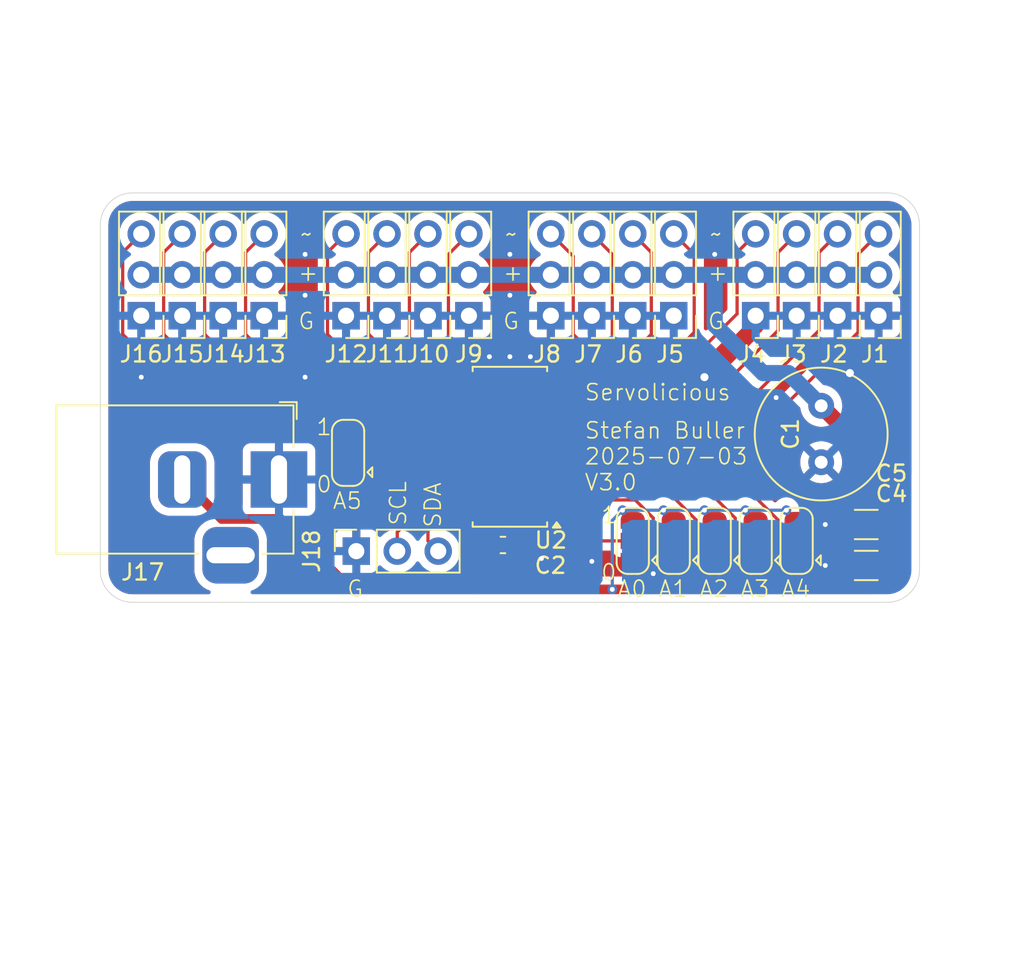
<source format=kicad_pcb>
(kicad_pcb (version 20241229) (generator "pcbnew") (generator_version "9.0")
  (layers (0 "F.Cu" signal) (2 "B.Cu" signal) (13 "F.Paste" user) (15 "B.Paste" user) (5 "F.SilkS" user "F.Silkscreen") (7 "B.SilkS" user "B.Silkscreen") (1 "F.Mask" user) (3 "B.Mask" user) (25 "Edge.Cuts" user))
  (net 0 "")
  (net 1 "+5V")
  (net 2 "/Servo1")
  (net 3 "Earth")
  (net 4 "/Servo2")
  (net 5 "/Servo3")
  (net 6 "/Servo4")
  (net 7 "/Servo5")
  (net 8 "/Servo6")
  (net 9 "/Servo7")
  (net 10 "/Servo8")
  (net 11 "/Servo9")
  (net 12 "/Servo10")
  (net 13 "/Servo11")
  (net 14 "/Servo12")
  (net 15 "/Servo13")
  (net 16 "/Servo14")
  (net 17 "/Servo15")
  (net 18 "/Servo16")
  (net 19 "/SDA")
  (net 20 "/SCL")
  (net 21 "/A0")
  (net 22 "/A1")
  (net 23 "/A2")
  (net 24 "/A3")
  (net 25 "/A4")
  (net 26 "/A5")
  (footprint "Connector_PinHeader_2.54mm:PinHeader_1x03_P2.54mm_Vertical" (layer "F.Cu") (at 93.98 99.06 180)
    (property "Reference" "J7" (at 0.23 -2.3876 0) (layer "F.SilkS"))
    (property "Value" "Conn_01x03_Pin")
    (pad "1" thru_hole rect (at 0 0 180) (size 1.7 1.7) (drill 1) (layers "*.Cu" "*.Mask") (net 3 "Earth"))
    (pad "2" thru_hole circle (at 0 2.54 180) (size 1.7 1.7) (drill 1) (layers "*.Cu" "*.Mask") (net 1 "+5V"))
    (pad "3" thru_hole circle (at 0 5.08 180) (size 1.7 1.7) (drill 1) (layers "*.Cu" "*.Mask") (net 9 "/Servo7"))
  )
  (footprint "Connector_PinHeader_2.54mm:PinHeader_1x03_P2.54mm_Vertical" (layer "F.Cu") (at 66.04 99.06 180)
    (property "Reference" "J16" (at 0 -2.38 0) (layer "F.SilkS"))
    (property "Value" "Conn_01x03_Pin")
    (pad "1" thru_hole rect (at 0 0 180) (size 1.7 1.7) (drill 1) (layers "*.Cu" "*.Mask") (net 3 "Earth"))
    (pad "2" thru_hole circle (at 0 2.54 180) (size 1.7 1.7) (drill 1) (layers "*.Cu" "*.Mask") (net 1 "+5V"))
    (pad "3" thru_hole circle (at 0 5.08 180) (size 1.7 1.7) (drill 1) (layers "*.Cu" "*.Mask") (net 18 "/Servo16"))
  )
  (footprint "Connector_PinHeader_2.54mm:PinHeader_1x03_P2.54mm_Vertical" (layer "F.Cu") (at 83.82 99.06 180)
    (property "Reference" "J10" (at 0 -2.38 0) (layer "F.SilkS"))
    (property "Value" "Conn_01x03_Pin")
    (pad "1" thru_hole rect (at 0 0 180) (size 1.7 1.7) (drill 1) (layers "*.Cu" "*.Mask") (net 3 "Earth"))
    (pad "2" thru_hole circle (at 0 2.54 180) (size 1.7 1.7) (drill 1) (layers "*.Cu" "*.Mask") (net 1 "+5V"))
    (pad "3" thru_hole circle (at 0 5.08 180) (size 1.7 1.7) (drill 1) (layers "*.Cu" "*.Mask") (net 12 "/Servo10"))
  )
  (footprint "Connector_BarrelJack:BarrelJack_Horizontal" (layer "F.Cu") (at 74.58 109.22)
    (property "Reference" "J17" (at -8.45 5.75 0) (layer "F.SilkS"))
    (property "Value" "Barrel_Jack_MountingPin")
    (pad "1" thru_hole rect (at 0 0) (size 3.5 3.5) (drill oval 1 3) (layers "*.Cu" "*.Mask") (net 3 "Earth"))
    (pad "2" thru_hole roundrect (at -6 0) (size 3 3.5) (drill oval 1 3) (layers "*.Cu" "*.Mask") (net 1 "+5V"))
    (pad "3" thru_hole roundrect (at -3 4.7) (size 3.5 3.5) (drill oval 3 1) (layers "*.Cu" "*.Mask"))
  )
  (footprint "Connector_PinHeader_2.54mm:PinHeader_1x03_P2.54mm_Vertical" (layer "F.Cu") (at 91.44 99.06 180)
    (property "Reference" "J8" (at 0.23 -2.3876 0) (layer "F.SilkS"))
    (property "Value" "Conn_01x03_Pin")
    (pad "1" thru_hole rect (at 0 0 180) (size 1.7 1.7) (drill 1) (layers "*.Cu" "*.Mask") (net 3 "Earth"))
    (pad "2" thru_hole circle (at 0 2.54 180) (size 1.7 1.7) (drill 1) (layers "*.Cu" "*.Mask") (net 1 "+5V"))
    (pad "3" thru_hole circle (at 0 5.08 180) (size 1.7 1.7) (drill 1) (layers "*.Cu" "*.Mask") (net 10 "/Servo8"))
  )
  (footprint "Connector_PinHeader_2.54mm:PinHeader_1x03_P2.54mm_Vertical" (layer "F.Cu") (at 111.76 99.06 180)
    (property "Reference" "J1" (at 0.23 -2.3876 0) (layer "F.SilkS"))
    (property "Value" "Conn_01x03_Pin")
    (pad "1" thru_hole rect (at 0 0 180) (size 1.7 1.7) (drill 1) (layers "*.Cu" "*.Mask") (net 3 "Earth"))
    (pad "2" thru_hole circle (at 0 2.54 180) (size 1.7 1.7) (drill 1) (layers "*.Cu" "*.Mask") (net 1 "+5V"))
    (pad "3" thru_hole circle (at 0 5.08 180) (size 1.7 1.7) (drill 1) (layers "*.Cu" "*.Mask") (net 2 "/Servo1"))
  )
  (footprint "Connector_PinSocket_2.54mm:PinSocket_1x03_P2.54mm_Vertical" (layer "F.Cu") (at 79.375 113.665 90)
    (property "Reference" "J18" (at 0 -2.77 90) (layer "F.SilkS"))
    (property "Value" "Conn_01x03")
    (pad "1" thru_hole rect (at 0 0 90) (size 1.7 1.7) (drill 1) (layers "*.Cu" "*.Mask") (net 3 "Earth"))
    (pad "2" thru_hole circle (at 0 2.54 90) (size 1.7 1.7) (drill 1) (layers "*.Cu" "*.Mask") (net 20 "/SCL"))
    (pad "3" thru_hole circle (at 0 5.08 90) (size 1.7 1.7) (drill 1) (layers "*.Cu" "*.Mask") (net 19 "/SDA"))
  )
  (footprint "Jumper:SolderJumper-3_P1.3mm_Bridged12_RoundedPad1.0x1.5mm" (layer "F.Cu") (at 106.68 113.03 90)
    (property "Reference" "JP5" (hide yes))
    (property "Value" "Jumper:SolderJumper-3_P1.3mm_Bridged12_RoundedPad1.0x1.5mm")
    (fp_poly (pts (xy -0.9 -0.3) (xy -0.4 -0.3) (xy -0.4 0.3) (xy -0.9 0.3)) (fill yes) (layer "F.Cu"))
    (pad "1" smd custom (at -1.3 0 90) (size 1 0.5) (layers "F.Cu" "F.Mask") (net 3 "Earth") (options (clearance outline) (anchor rect)) (primitives (gr_circle (center 0 0.25) (end 0.5 0.25) (width 0) (fill yes)) (gr_circle (center 0 -0.25) (end 0.5 -0.25) (width 0) (fill yes)) (gr_poly (pts (xy 0.55 0.75) (xy 0 0.75) (xy 0 -0.75) (xy 0.55 -0.75)) (width 0) (fill yes))))
    (pad "2" smd rect (at 0 0 90) (size 1 1.5) (layers "F.Cu" "F.Mask") (net 25 "/A4"))
    (pad "3" smd custom (at 1.3 0 90) (size 1 0.5) (layers "F.Cu" "F.Mask") (net 1 "+5V") (options (clearance outline) (anchor rect)) (primitives (gr_circle (center 0 0.25) (end 0.5 0.25) (width 0) (fill yes)) (gr_circle (center 0 -0.25) (end 0.5 -0.25) (width 0) (fill yes)) (gr_poly (pts (xy 0 0.75) (xy -0.55 0.75) (xy -0.55 -0.75) (xy 0 -0.75)) (width 0) (fill yes))))
  )
  (footprint "Jumper:SolderJumper-3_P1.3mm_Bridged12_RoundedPad1.0x1.5mm" (layer "F.Cu") (at 78.867 107.569 90)
    (property "Reference" "JP6" (hide yes))
    (property "Value" "Jumper:SolderJumper-3_P1.3mm_Bridged12_RoundedPad1.0x1.5mm")
    (fp_poly (pts (xy -0.9 -0.3) (xy -0.4 -0.3) (xy -0.4 0.3) (xy -0.9 0.3)) (fill yes) (layer "F.Cu"))
    (pad "1" smd custom (at -1.3 0 90) (size 1 0.5) (layers "F.Cu" "F.Mask") (net 3 "Earth") (options (clearance outline) (anchor rect)) (primitives (gr_circle (center 0 0.25) (end 0.5 0.25) (width 0) (fill yes)) (gr_circle (center 0 -0.25) (end 0.5 -0.25) (width 0) (fill yes)) (gr_poly (pts (xy 0.55 0.75) (xy 0 0.75) (xy 0 -0.75) (xy 0.55 -0.75)) (width 0) (fill yes))))
    (pad "2" smd rect (at 0 0 90) (size 1 1.5) (layers "F.Cu" "F.Mask") (net 26 "/A5"))
    (pad "3" smd custom (at 1.3 0 90) (size 1 0.5) (layers "F.Cu" "F.Mask") (net 1 "+5V") (options (clearance outline) (anchor rect)) (primitives (gr_circle (center 0 0.25) (end 0.5 0.25) (width 0) (fill yes)) (gr_circle (center 0 -0.25) (end 0.5 -0.25) (width 0) (fill yes)) (gr_poly (pts (xy 0 0.75) (xy -0.55 0.75) (xy -0.55 -0.75) (xy 0 -0.75)) (width 0) (fill yes))))
  )
  (footprint "Capacitor_SMD:C_1206_3216Metric_Pad1.33x1.80mm_HandSolder" (layer "F.Cu") (at 110.998 114.554 180)
    (property "Reference" "C4" (at -1.5625 4.445 0) (layer "F.SilkS"))
    (property "Value" "C_Small")
    (pad "1" smd roundrect (at -1.5625 0 180) (size 1.325 1.8) (layers "F.Cu" "F.Mask" "F.Paste") (roundrect_rratio 0.188679) (net 1 "+5V"))
    (pad "2" smd roundrect (at 1.5625 0 180) (size 1.325 1.8) (layers "F.Cu" "F.Mask" "F.Paste") (roundrect_rratio 0.188679) (net 3 "Earth"))
  )
  (footprint "Connector_PinHeader_2.54mm:PinHeader_1x03_P2.54mm_Vertical" (layer "F.Cu") (at 68.58 99.06 180)
    (property "Reference" "J15" (at 0 -2.38 0) (layer "F.SilkS"))
    (property "Value" "Conn_01x03_Pin")
    (pad "1" thru_hole rect (at 0 0 180) (size 1.7 1.7) (drill 1) (layers "*.Cu" "*.Mask") (net 3 "Earth"))
    (pad "2" thru_hole circle (at 0 2.54 180) (size 1.7 1.7) (drill 1) (layers "*.Cu" "*.Mask") (net 1 "+5V"))
    (pad "3" thru_hole circle (at 0 5.08 180) (size 1.7 1.7) (drill 1) (layers "*.Cu" "*.Mask") (net 17 "/Servo15"))
  )
  (footprint "Capacitor_SMD:C_0603_1608Metric_Pad1.08x0.95mm_HandSolder" (layer "F.Cu") (at 88.4682 113.284)
    (property "Reference" "C2" (at 2.9475 1.27 0) (layer "F.SilkS"))
    (property "Value" "C_Small")
    (pad "1" smd roundrect (at -0.8625 0) (size 1.075 0.95) (layers "F.Cu" "F.Mask" "F.Paste") (net 1 "+5V"))
    (pad "2" smd roundrect (at 0.8625 0) (size 1.075 0.95) (layers "F.Cu" "F.Mask" "F.Paste") (net 3 "Earth"))
  )
  (footprint "Connector_PinHeader_2.54mm:PinHeader_1x03_P2.54mm_Vertical" (layer "F.Cu") (at 73.66 99.06 180)
    (property "Reference" "J13" (at 0 -2.38 0) (layer "F.SilkS"))
    (property "Value" "Conn_01x03_Pin")
    (pad "1" thru_hole rect (at 0 0 180) (size 1.7 1.7) (drill 1) (layers "*.Cu" "*.Mask") (net 3 "Earth"))
    (pad "2" thru_hole circle (at 0 2.54 180) (size 1.7 1.7) (drill 1) (layers "*.Cu" "*.Mask") (net 1 "+5V"))
    (pad "3" thru_hole circle (at 0 5.08 180) (size 1.7 1.7) (drill 1) (layers "*.Cu" "*.Mask") (net 15 "/Servo13"))
  )
  (footprint "Connector_PinHeader_2.54mm:PinHeader_1x03_P2.54mm_Vertical" (layer "F.Cu") (at 96.52 99.06 180)
    (property "Reference" "J6" (at 0.23 -2.3876 0) (layer "F.SilkS"))
    (property "Value" "Conn_01x03_Pin")
    (pad "1" thru_hole rect (at 0 0 180) (size 1.7 1.7) (drill 1) (layers "*.Cu" "*.Mask") (net 3 "Earth"))
    (pad "2" thru_hole circle (at 0 2.54 180) (size 1.7 1.7) (drill 1) (layers "*.Cu" "*.Mask") (net 1 "+5V"))
    (pad "3" thru_hole circle (at 0 5.08 180) (size 1.7 1.7) (drill 1) (layers "*.Cu" "*.Mask") (net 8 "/Servo6"))
  )
  (footprint "Capacitor_SMD:C_1206_3216Metric_Pad1.33x1.80mm_HandSolder" (layer "F.Cu") (at 110.998 112.014 180)
    (property "Reference" "C5" (at -1.5625 3.175 0) (layer "F.SilkS"))
    (property "Value" "C_Small")
    (pad "1" smd roundrect (at -1.5625 0 180) (size 1.325 1.8) (layers "F.Cu" "F.Mask" "F.Paste") (roundrect_rratio 0.188679) (net 1 "+5V"))
    (pad "2" smd roundrect (at 1.5625 0 180) (size 1.325 1.8) (layers "F.Cu" "F.Mask" "F.Paste") (roundrect_rratio 0.188679) (net 3 "Earth"))
  )
  (footprint "Connector_PinHeader_2.54mm:PinHeader_1x03_P2.54mm_Vertical" (layer "F.Cu") (at 86.36 99.06 180)
    (property "Reference" "J9" (at 0 -2.38 0) (layer "F.SilkS"))
    (property "Value" "Conn_01x03_Pin")
    (pad "1" thru_hole rect (at 0 0 180) (size 1.7 1.7) (drill 1) (layers "*.Cu" "*.Mask") (net 3 "Earth"))
    (pad "2" thru_hole circle (at 0 2.54 180) (size 1.7 1.7) (drill 1) (layers "*.Cu" "*.Mask") (net 1 "+5V"))
    (pad "3" thru_hole circle (at 0 5.08 180) (size 1.7 1.7) (drill 1) (layers "*.Cu" "*.Mask") (net 11 "/Servo9"))
  )
  (footprint "Jumper:SolderJumper-3_P1.3mm_Bridged12_RoundedPad1.0x1.5mm" (layer "F.Cu") (at 104.14 113.03 90)
    (property "Reference" "JP4" (hide yes))
    (property "Value" "Jumper:SolderJumper-3_P1.3mm_Bridged12_RoundedPad1.0x1.5mm")
    (fp_poly (pts (xy -0.9 -0.3) (xy -0.4 -0.3) (xy -0.4 0.3) (xy -0.9 0.3)) (fill yes) (layer "F.Cu"))
    (pad "1" smd custom (at -1.3 0 90) (size 1 0.5) (layers "F.Cu" "F.Mask") (net 3 "Earth") (options (clearance outline) (anchor rect)) (primitives (gr_circle (center 0 0.25) (end 0.5 0.25) (width 0) (fill yes)) (gr_circle (center 0 -0.25) (end 0.5 -0.25) (width 0) (fill yes)) (gr_poly (pts (xy 0.55 0.75) (xy 0 0.75) (xy 0 -0.75) (xy 0.55 -0.75)) (width 0) (fill yes))))
    (pad "2" smd rect (at 0 0 90) (size 1 1.5) (layers "F.Cu" "F.Mask") (net 24 "/A3"))
    (pad "3" smd custom (at 1.3 0 90) (size 1 0.5) (layers "F.Cu" "F.Mask") (net 1 "+5V") (options (clearance outline) (anchor rect)) (primitives (gr_circle (center 0 0.25) (end 0.5 0.25) (width 0) (fill yes)) (gr_circle (center 0 -0.25) (end 0.5 -0.25) (width 0) (fill yes)) (gr_poly (pts (xy 0 0.75) (xy -0.55 0.75) (xy -0.55 -0.75) (xy 0 -0.75)) (width 0) (fill yes))))
  )
  (footprint "Jumper:SolderJumper-3_P1.3mm_Bridged12_RoundedPad1.0x1.5mm" (layer "F.Cu") (at 99.06 113.03 90)
    (property "Reference" "JP2" (hide yes))
    (property "Value" "Jumper:SolderJumper-3_P1.3mm_Bridged12_RoundedPad1.0x1.5mm")
    (fp_poly (pts (xy -0.9 -0.3) (xy -0.4 -0.3) (xy -0.4 0.3) (xy -0.9 0.3)) (fill yes) (layer "F.Cu"))
    (pad "1" smd custom (at -1.3 0 90) (size 1 0.5) (layers "F.Cu" "F.Mask") (net 3 "Earth") (options (clearance outline) (anchor rect)) (primitives (gr_circle (center 0 0.25) (end 0.5 0.25) (width 0) (fill yes)) (gr_circle (center 0 -0.25) (end 0.5 -0.25) (width 0) (fill yes)) (gr_poly (pts (xy 0.55 0.75) (xy 0 0.75) (xy 0 -0.75) (xy 0.55 -0.75)) (width 0) (fill yes))))
    (pad "2" smd rect (at 0 0 90) (size 1 1.5) (layers "F.Cu" "F.Mask") (net 22 "/A1"))
    (pad "3" smd custom (at 1.3 0 90) (size 1 0.5) (layers "F.Cu" "F.Mask") (net 1 "+5V") (options (clearance outline) (anchor rect)) (primitives (gr_circle (center 0 0.25) (end 0.5 0.25) (width 0) (fill yes)) (gr_circle (center 0 -0.25) (end 0.5 -0.25) (width 0) (fill yes)) (gr_poly (pts (xy 0 0.75) (xy -0.55 0.75) (xy -0.55 -0.75) (xy 0 -0.75)) (width 0) (fill yes))))
  )
  (footprint "Package_SO:TSSOP-28_4.4x9.7mm_P0.65mm" (layer "F.Cu") (at 88.9 107.188 180)
    (property "Reference" "U2" (at -2.54 -5.8 0) (layer "F.SilkS"))
    (property "Value" "PCA9685PW")
    (pad "1" smd roundrect (at -2.8625 -4.225 180) (size 1.475 0.4) (layers "F.Cu" "F.Mask" "F.Paste") (net 21 "/A0"))
    (pad "2" smd roundrect (at -2.8625 -3.575 180) (size 1.475 0.4) (layers "F.Cu" "F.Mask" "F.Paste") (net 22 "/A1"))
    (pad "3" smd roundrect (at -2.8625 -2.925 180) (size 1.475 0.4) (layers "F.Cu" "F.Mask" "F.Paste") (net 23 "/A2"))
    (pad "4" smd roundrect (at -2.8625 -2.275 180) (size 1.475 0.4) (layers "F.Cu" "F.Mask" "F.Paste") (net 24 "/A3"))
    (pad "5" smd roundrect (at -2.8625 -1.625 180) (size 1.475 0.4) (layers "F.Cu" "F.Mask" "F.Paste") (net 25 "/A4"))
    (pad "6" smd roundrect (at -2.8625 -0.975 180) (size 1.475 0.4) (layers "F.Cu" "F.Mask" "F.Paste") (net 2 "/Servo1"))
    (pad "7" smd roundrect (at -2.8625 -0.325 180) (size 1.475 0.4) (layers "F.Cu" "F.Mask" "F.Paste") (net 4 "/Servo2"))
    (pad "8" smd roundrect (at -2.8625 0.325 180) (size 1.475 0.4) (layers "F.Cu" "F.Mask" "F.Paste") (net 5 "/Servo3"))
    (pad "9" smd roundrect (at -2.8625 0.975 180) (size 1.475 0.4) (layers "F.Cu" "F.Mask" "F.Paste") (net 6 "/Servo4"))
    (pad "10" smd roundrect (at -2.8625 1.625 180) (size 1.475 0.4) (layers "F.Cu" "F.Mask" "F.Paste") (net 7 "/Servo5"))
    (pad "11" smd roundrect (at -2.8625 2.275 180) (size 1.475 0.4) (layers "F.Cu" "F.Mask" "F.Paste") (net 8 "/Servo6"))
    (pad "12" smd roundrect (at -2.8625 2.925 180) (size 1.475 0.4) (layers "F.Cu" "F.Mask" "F.Paste") (net 9 "/Servo7"))
    (pad "13" smd roundrect (at -2.8625 3.575 180) (size 1.475 0.4) (layers "F.Cu" "F.Mask" "F.Paste") (net 10 "/Servo8"))
    (pad "14" smd roundrect (at -2.8625 4.225 180) (size 1.475 0.4) (layers "F.Cu" "F.Mask" "F.Paste") (net 3 "Earth"))
    (pad "15" smd roundrect (at 2.8625 4.225 180) (size 1.475 0.4) (layers "F.Cu" "F.Mask" "F.Paste") (net 11 "/Servo9"))
    (pad "16" smd roundrect (at 2.8625 3.575 180) (size 1.475 0.4) (layers "F.Cu" "F.Mask" "F.Paste") (net 12 "/Servo10"))
    (pad "17" smd roundrect (at 2.8625 2.925 180) (size 1.475 0.4) (layers "F.Cu" "F.Mask" "F.Paste") (net 13 "/Servo11"))
    (pad "18" smd roundrect (at 2.8625 2.275 180) (size 1.475 0.4) (layers "F.Cu" "F.Mask" "F.Paste") (net 14 "/Servo12"))
    (pad "19" smd roundrect (at 2.8625 1.625 180) (size 1.475 0.4) (layers "F.Cu" "F.Mask" "F.Paste") (net 15 "/Servo13"))
    (pad "20" smd roundrect (at 2.8625 0.975 180) (size 1.475 0.4) (layers "F.Cu" "F.Mask" "F.Paste") (net 16 "/Servo14"))
    (pad "21" smd roundrect (at 2.8625 0.325 180) (size 1.475 0.4) (layers "F.Cu" "F.Mask" "F.Paste") (net 17 "/Servo15"))
    (pad "22" smd roundrect (at 2.8625 -0.325 180) (size 1.475 0.4) (layers "F.Cu" "F.Mask" "F.Paste") (net 18 "/Servo16"))
    (pad "23" smd roundrect (at 2.8625 -0.975 180) (size 1.475 0.4) (layers "F.Cu" "F.Mask" "F.Paste") (net 3 "Earth"))
    (pad "24" smd roundrect (at 2.8625 -1.625 180) (size 1.475 0.4) (layers "F.Cu" "F.Mask" "F.Paste") (net 26 "/A5"))
    (pad "25" smd roundrect (at 2.8625 -2.275 180) (size 1.475 0.4) (layers "F.Cu" "F.Mask" "F.Paste"))
    (pad "26" smd roundrect (at 2.8625 -2.925 180) (size 1.475 0.4) (layers "F.Cu" "F.Mask" "F.Paste") (net 20 "/SCL"))
    (pad "27" smd roundrect (at 2.8625 -3.575 180) (size 1.475 0.4) (layers "F.Cu" "F.Mask" "F.Paste") (net 19 "/SDA"))
    (pad "28" smd roundrect (at 2.8625 -4.225 180) (size 1.475 0.4) (layers "F.Cu" "F.Mask" "F.Paste") (net 1 "+5V"))
  )
  (footprint "Connector_PinHeader_2.54mm:PinHeader_1x03_P2.54mm_Vertical" (layer "F.Cu") (at 109.22 99.06 180)
    (property "Reference" "J2" (at 0.23 -2.3876 0) (layer "F.SilkS"))
    (property "Value" "Conn_01x03_Pin")
    (pad "1" thru_hole rect (at 0 0 180) (size 1.7 1.7) (drill 1) (layers "*.Cu" "*.Mask") (net 3 "Earth"))
    (pad "2" thru_hole circle (at 0 2.54 180) (size 1.7 1.7) (drill 1) (layers "*.Cu" "*.Mask") (net 1 "+5V"))
    (pad "3" thru_hole circle (at 0 5.08 180) (size 1.7 1.7) (drill 1) (layers "*.Cu" "*.Mask") (net 4 "/Servo2"))
  )
  (footprint "Jumper:SolderJumper-3_P1.3mm_Bridged12_RoundedPad1.0x1.5mm" (layer "F.Cu") (at 96.52 113.03 90)
    (property "Reference" "JP1" (hide yes))
    (property "Value" "Jumper:SolderJumper-3_P1.3mm_Bridged12_RoundedPad1.0x1.5mm")
    (fp_poly (pts (xy -0.9 -0.3) (xy -0.4 -0.3) (xy -0.4 0.3) (xy -0.9 0.3)) (fill yes) (layer "F.Cu"))
    (pad "1" smd custom (at -1.3 0 90) (size 1 0.5) (layers "F.Cu" "F.Mask") (net 3 "Earth") (options (clearance outline) (anchor rect)) (primitives (gr_circle (center 0 0.25) (end 0.5 0.25) (width 0) (fill yes)) (gr_circle (center 0 -0.25) (end 0.5 -0.25) (width 0) (fill yes)) (gr_poly (pts (xy 0.55 0.75) (xy 0 0.75) (xy 0 -0.75) (xy 0.55 -0.75)) (width 0) (fill yes))))
    (pad "2" smd rect (at 0 0 90) (size 1 1.5) (layers "F.Cu" "F.Mask") (net 21 "/A0"))
    (pad "3" smd custom (at 1.3 0 90) (size 1 0.5) (layers "F.Cu" "F.Mask") (net 1 "+5V") (options (clearance outline) (anchor rect)) (primitives (gr_circle (center 0 0.25) (end 0.5 0.25) (width 0) (fill yes)) (gr_circle (center 0 -0.25) (end 0.5 -0.25) (width 0) (fill yes)) (gr_poly (pts (xy 0 0.75) (xy -0.55 0.75) (xy -0.55 -0.75) (xy 0 -0.75)) (width 0) (fill yes))))
  )
  (footprint "Capacitor_THT:C_Radial_D8.0mm_H11.5mm_P3.50mm" (layer "F.Cu") (at 108.204 104.648 -90)
    (property "Reference" "C1" (at 1.75 1.905 90) (layer "F.SilkS"))
    (property "Value" "C_Small_US")
    (pad "1" thru_hole circle (at 0 0 270) (size 1.6 1.6) (drill 0.8) (layers "*.Cu" "*.Mask") (net 1 "+5V"))
    (pad "2" thru_hole circle (at 3.5 0 270) (size 1.6 1.6) (drill 0.8) (layers "*.Cu" "*.Mask") (net 3 "Earth"))
  )
  (footprint "Connector_PinHeader_2.54mm:PinHeader_1x03_P2.54mm_Vertical" (layer "F.Cu") (at 71.12 99.06 180)
    (property "Reference" "J14" (at 0 -2.38 0) (layer "F.SilkS"))
    (property "Value" "Conn_01x03_Pin")
    (pad "1" thru_hole rect (at 0 0 180) (size 1.7 1.7) (drill 1) (layers "*.Cu" "*.Mask") (net 3 "Earth"))
    (pad "2" thru_hole circle (at 0 2.54 180) (size 1.7 1.7) (drill 1) (layers "*.Cu" "*.Mask") (net 1 "+5V"))
    (pad "3" thru_hole circle (at 0 5.08 180) (size 1.7 1.7) (drill 1) (layers "*.Cu" "*.Mask") (net 16 "/Servo14"))
  )
  (footprint "Connector_PinHeader_2.54mm:PinHeader_1x03_P2.54mm_Vertical" (layer "F.Cu") (at 81.28 99.06 180)
    (property "Reference" "J11" (at 0 -2.38 0) (layer "F.SilkS"))
    (property "Value" "Conn_01x03_Pin")
    (pad "1" thru_hole rect (at 0 0 180) (size 1.7 1.7) (drill 1) (layers "*.Cu" "*.Mask") (net 3 "Earth"))
    (pad "2" thru_hole circle (at 0 2.54 180) (size 1.7 1.7) (drill 1) (layers "*.Cu" "*.Mask") (net 1 "+5V"))
    (pad "3" thru_hole circle (at 0 5.08 180) (size 1.7 1.7) (drill 1) (layers "*.Cu" "*.Mask") (net 13 "/Servo11"))
  )
  (footprint "Jumper:SolderJumper-3_P1.3mm_Bridged12_RoundedPad1.0x1.5mm" (layer "F.Cu") (at 101.6 113.03 90)
    (property "Reference" "JP3" (hide yes))
    (property "Value" "Jumper:SolderJumper-3_P1.3mm_Bridged12_RoundedPad1.0x1.5mm")
    (fp_poly (pts (xy -0.9 -0.3) (xy -0.4 -0.3) (xy -0.4 0.3) (xy -0.9 0.3)) (fill yes) (layer "F.Cu"))
    (pad "1" smd custom (at -1.3 0 90) (size 1 0.5) (layers "F.Cu" "F.Mask") (net 3 "Earth") (options (clearance outline) (anchor rect)) (primitives (gr_circle (center 0 0.25) (end 0.5 0.25) (width 0) (fill yes)) (gr_circle (center 0 -0.25) (end 0.5 -0.25) (width 0) (fill yes)) (gr_poly (pts (xy 0.55 0.75) (xy 0 0.75) (xy 0 -0.75) (xy 0.55 -0.75)) (width 0) (fill yes))))
    (pad "2" smd rect (at 0 0 90) (size 1 1.5) (layers "F.Cu" "F.Mask") (net 23 "/A2"))
    (pad "3" smd custom (at 1.3 0 90) (size 1 0.5) (layers "F.Cu" "F.Mask") (net 1 "+5V") (options (clearance outline) (anchor rect)) (primitives (gr_circle (center 0 0.25) (end 0.5 0.25) (width 0) (fill yes)) (gr_circle (center 0 -0.25) (end 0.5 -0.25) (width 0) (fill yes)) (gr_poly (pts (xy 0 0.75) (xy -0.55 0.75) (xy -0.55 -0.75) (xy 0 -0.75)) (width 0) (fill yes))))
  )
  (footprint "Connector_PinHeader_2.54mm:PinHeader_1x03_P2.54mm_Vertical" (layer "F.Cu") (at 104.14 99.06 180)
    (property "Reference" "J4" (at 0.23 -2.3876 0) (layer "F.SilkS"))
    (property "Value" "Conn_01x03_Pin")
    (pad "1" thru_hole rect (at 0 0 180) (size 1.7 1.7) (drill 1) (layers "*.Cu" "*.Mask") (net 3 "Earth"))
    (pad "2" thru_hole circle (at 0 2.54 180) (size 1.7 1.7) (drill 1) (layers "*.Cu" "*.Mask") (net 1 "+5V"))
    (pad "3" thru_hole circle (at 0 5.08 180) (size 1.7 1.7) (drill 1) (layers "*.Cu" "*.Mask") (net 6 "/Servo4"))
  )
  (footprint "Connector_PinHeader_2.54mm:PinHeader_1x03_P2.54mm_Vertical" (layer "F.Cu") (at 106.68 99.06 180)
    (property "Reference" "J3" (at 0.23 -2.3876 0) (layer "F.SilkS"))
    (property "Value" "Conn_01x03_Pin")
    (pad "1" thru_hole rect (at 0 0 180) (size 1.7 1.7) (drill 1) (layers "*.Cu" "*.Mask") (net 3 "Earth"))
    (pad "2" thru_hole circle (at 0 2.54 180) (size 1.7 1.7) (drill 1) (layers "*.Cu" "*.Mask") (net 1 "+5V"))
    (pad "3" thru_hole circle (at 0 5.08 180) (size 1.7 1.7) (drill 1) (layers "*.Cu" "*.Mask") (net 5 "/Servo3"))
  )
  (footprint "Connector_PinHeader_2.54mm:PinHeader_1x03_P2.54mm_Vertical" (layer "F.Cu") (at 78.74 99.06 180)
    (property "Reference" "J12" (at 0 -2.38 0) (layer "F.SilkS"))
    (property "Value" "Conn_01x03_Pin")
    (pad "1" thru_hole rect (at 0 0 180) (size 1.7 1.7) (drill 1) (layers "*.Cu" "*.Mask") (net 3 "Earth"))
    (pad "2" thru_hole circle (at 0 2.54 180) (size 1.7 1.7) (drill 1) (layers "*.Cu" "*.Mask") (net 1 "+5V"))
    (pad "3" thru_hole circle (at 0 5.08 180) (size 1.7 1.7) (drill 1) (layers "*.Cu" "*.Mask") (net 14 "/Servo12"))
  )
  (footprint "Connector_PinHeader_2.54mm:PinHeader_1x03_P2.54mm_Vertical" (layer "F.Cu") (at 99.06 99.06 180)
    (property "Reference" "J5" (at 0.23 -2.3876 0) (layer "F.SilkS"))
    (property "Value" "Conn_01x03_Pin")
    (pad "1" thru_hole rect (at 0 0 180) (size 1.7 1.7) (drill 1) (layers "*.Cu" "*.Mask") (net 3 "Earth"))
    (pad "2" thru_hole circle (at 0 2.54 180) (size 1.7 1.7) (drill 1) (layers "*.Cu" "*.Mask") (net 1 "+5V"))
    (pad "3" thru_hole circle (at 0 5.08 180) (size 1.7 1.7) (drill 1) (layers "*.Cu" "*.Mask") (net 7 "/Servo5"))
  )
  (gr_line (start 65.5 91.44) (end 112.3 91.44) (stroke (width 0.05)) (layer "Edge.Cuts"))
  (gr_line (start 114.3 93.44) (end 114.3 114.84) (stroke (width 0.05)) (layer "Edge.Cuts"))
  (gr_arc (start 112.3 91.44) (mid 113.714214 92.025786) (end 114.3 93.44) (stroke (width 0.05)) (layer "Edge.Cuts"))
  (gr_line (start 63.5 114.84) (end 63.5 93.44) (stroke (width 0.05)) (layer "Edge.Cuts"))
  (gr_line (start 112.3 116.84) (end 65.5 116.84) (stroke (width 0.05)) (layer "Edge.Cuts"))
  (gr_arc (start 114.3 114.84) (mid 113.714214 116.254214) (end 112.3 116.84) (stroke (width 0.05)) (layer "Edge.Cuts"))
  (gr_arc (start 65.5 116.84) (mid 64.085786 116.254214) (end 63.5 114.84) (stroke (width 0.05)) (layer "Edge.Cuts"))
  (gr_arc (start 63.5 93.44) (mid 64.085786 92.025786) (end 65.5 91.44) (stroke (width 0.05)) (layer "Edge.Cuts"))
  (gr_text "G" (at 75.708 99.98 0) (layer "F.SilkS") (effects (font (size 1 1) (thickness 0.1)) (justify left bottom)))
  (gr_text "A0" (at 95.504 116.586 0) (layer "F.SilkS") (effects (font (size 1 1) (thickness 0.1)) (justify left bottom)))
  (gr_text "0" (at 76.835 110.109 0) (layer "F.SilkS") (effects (font (size 1 1) (thickness 0.1)) (justify left bottom)))
  (gr_text "A5" (at 77.851 111.125 0) (layer "F.SilkS") (effects (font (size 1 1) (thickness 0.1)) (justify left bottom)))
  (gr_text "1" (at 94.488 112.014 0) (layer "F.SilkS") (effects (font (size 1 1) (thickness 0.1)) (justify left bottom)))
  (gr_text "A1" (at 98.044 116.586 0) (layer "F.SilkS") (effects (font (size 1 1) (thickness 0.1)) (justify left bottom)))
  (gr_text "+" (at 101.108 96.98 0) (layer "F.SilkS") (effects (font (size 1 1) (thickness 0.1)) (justify left bottom)))
  (gr_text "+" (at 88.408 96.98 0) (layer "F.SilkS") (effects (font (size 1 1) (thickness 0.1)) (justify left bottom)))
  (gr_text "Servolicious" (at 93.472 104.394 0) (layer "F.SilkS") (effects (font (size 1 1) (thickness 0.1)) (justify left bottom)))
  (gr_text "G" (at 88.408 99.98 0) (layer "F.SilkS") (effects (font (size 1 1) (thickness 0.1)) (justify left bottom)))
  (gr_text "A4" (at 105.664 116.586 0) (layer "F.SilkS") (effects (font (size 1 1) (thickness 0.1)) (justify left bottom)))
  (gr_text "+" (at 75.708 96.98 0) (layer "F.SilkS") (effects (font (size 1 1) (thickness 0.1)) (justify left bottom)))
  (gr_text "A2" (at 100.584 116.586 0) (layer "F.SilkS") (effects (font (size 1 1) (thickness 0.1)) (justify left bottom)))
  (gr_text "~" (at 89.408 93.98 0) (layer "F.SilkS") (effects (font (size 1 1) (thickness 0.1)) (justify right)))
  (gr_text "G" (at 78.74 116.586 0) (layer "F.SilkS") (effects (font (size 1 1) (thickness 0.1)) (justify left bottom)))
  (gr_text "~" (at 76.708 93.98 0) (layer "F.SilkS") (effects (font (size 1 1) (thickness 0.1)) (justify right)))
  (gr_text "~" (at 102.108 93.98 0) (layer "F.SilkS") (effects (font (size 1 1) (thickness 0.1)) (justify right)))
  (gr_text "1" (at 76.835 106.553 0) (layer "F.SilkS") (effects (font (size 1 1) (thickness 0.1)) (justify left bottom)))
  (gr_text "SCL" (at 82.55 112.141 90) (layer "F.SilkS") (effects (font (size 1 1) (thickness 0.1)) (justify left bottom)))
  (gr_text "Stefan Buller\n2025-07-03\nV3.0" (at 93.472 109.982 0) (layer "F.SilkS") (effects (font (size 1 1) (thickness 0.1)) (justify left bottom)))
  (gr_text "G" (at 101.108 99.98 0) (layer "F.SilkS") (effects (font (size 1 1) (thickness 0.1)) (justify left bottom)))
  (gr_text "SDA" (at 84.709 112.268 90) (layer "F.SilkS") (effects (font (size 1 1) (thickness 0.1)) (justify left bottom)))
  (gr_text "A3" (at 103.124 116.586 0) (layer "F.SilkS") (effects (font (size 1 1) (thickness 0.1)) (justify left bottom)))
  (gr_text "0" (at 94.488 115.57 0) (layer "F.SilkS") (effects (font (size 1 1) (thickness 0.1)) (justify left bottom)))
  (segment (start 106.65 111.73) (end 106.045 111.125) (width 0.2) (layer "F.Cu") (net 1))
  (segment (start 86.995 116.039) (end 95.25 116.039) (width 0.6) (layer "F.Cu") (net 1))
  (segment (start 104.11 111.73) (end 103.505 111.125) (width 0.2) (layer "F.Cu") (net 1))
  (segment (start 87.6057 114.0968) (end 87.6057 113.284) (width 0.6) (layer "F.Cu") (net 1))
  (segment (start 87.029 111.413) (end 87.63 112.014) (width 0.4) (layer "F.Cu") (net 1))
  (segment (start 77.47 106.911) (end 78.112 106.269) (width 0.2) (layer "F.Cu") (net 1))
  (segment (start 106.68 111.73) (end 106.65 111.73) (width 0.2) (layer "F.Cu") (net 1))
  (segment (start 86.995 116.039) (end 87.63 115.404) (width 0.6) (layer "F.Cu") (net 1))
  (segment (start 71.029 111.669) (end 74.677 111.669) (width 0.6) (layer "F.Cu") (net 1))
  (segment (start 101.6 111.73) (end 101.57 111.73) (width 0.2) (layer "F.Cu") (net 1))
  (segment (start 112.5605 109.0045) (end 108.204 104.648) (width 1) (layer "F.Cu") (net 1))
  (segment (start 111.291 116.039) (end 112.5605 114.7695) (width 0.6) (layer "F.Cu") (net 1))
  (segment (start 87.63 115.404) (end 87.63 114.1211) (width 0.6) (layer "F.Cu") (net 1))
  (segment (start 112.5605 114.554) (end 112.5605 109.0045) (width 1) (layer "F.Cu") (net 1))
  (segment (start 104.14 111.73) (end 104.11 111.73) (width 0.2) (layer "F.Cu") (net 1))
  (segment (start 96.52 111.73) (end 96.49 111.73) (width 0.2) (layer "F.Cu") (net 1))
  (segment (start 87.63 113.2597) (end 87.6057 113.284) (width 0.4) (layer "F.Cu") (net 1))
  (segment (start 74.677 111.669) (end 75.8015 112.7935) (width 0.6) (layer "F.Cu") (net 1))
  (segment (start 75.8015 112.7935) (end 79.047 116.039) (width 0.6) (layer "F.Cu") (net 1))
  (segment (start 112.5605 114.7695) (end 112.5605 114.554) (width 0.6) (layer "F.Cu") (net 1))
  (segment (start 77.47 111.125) (end 75.8015 112.7935) (width 0.2) (layer "F.Cu") (net 1))
  (segment (start 86.0375 111.413) (end 87.029 111.413) (width 0.4) (layer "F.Cu") (net 1))
  (segment (start 95.25 116.039) (end 111.291 116.039) (width 0.6) (layer "F.Cu") (net 1))
  (segment (start 101.57 111.73) (end 100.965 111.125) (width 0.2) (layer "F.Cu") (net 1))
  (segment (start 68.58 109.22) (end 71.029 111.669) (width 0.6) (layer "F.Cu") (net 1))
  (segment (start 78.112 106.269) (end 78.867 106.269) (width 0.2) (layer "F.Cu") (net 1))
  (segment (start 87.63 114.1211) (end 87.6057 114.0968) (width 0.6) (layer "F.Cu") (net 1))
  (segment (start 99.06 111.73) (end 99.03 111.73) (width 0.2) (layer "F.Cu") (net 1))
  (segment (start 87.63 112.014) (end 87.63 113.2597) (width 0.4) (layer "F.Cu") (net 1))
  (segment (start 79.047 116.039) (end 86.995 116.039) (width 0.6) (layer "F.Cu") (net 1))
  (segment (start 99.03 111.73) (end 98.425 111.125) (width 0.2) (layer "F.Cu") (net 1))
  (segment (start 77.47 111.125) (end 77.47 106.911) (width 0.2) (layer "F.Cu") (net 1))
  (segment (start 96.49 111.73) (end 95.885 111.125) (width 0.2) (layer "F.Cu") (net 1))
  (via (at 106.045 111.125) (size 0.6) (drill 0.3) (layers "F.Cu" "B.Cu") (net 1))
  (via (at 95.885 111.125) (size 0.6) (drill 0.3) (layers "F.Cu" "B.Cu") (net 1))
  (via (at 103.505 111.125) (size 0.6) (drill 0.3) (layers "F.Cu" "B.Cu") (net 1))
  (via (at 95.25 116.039) (size 0.6) (drill 0.3) (layers "F.Cu" "B.Cu") (net 1))
  (via (at 100.965 111.125) (size 0.6) (drill 0.3) (layers "F.Cu" "B.Cu") (net 1))
  (via (at 98.425 111.125) (size 0.6) (drill 0.3) (layers "F.Cu" "B.Cu") (net 1))
  (segment (start 101.6 96.52) (end 111.76 96.52) (width 1) (layer "B.Cu") (net 1))
  (segment (start 104.594 102.616) (end 106.172 102.616) (width 1) (layer "B.Cu") (net 1))
  (segment (start 95.885 111.125) (end 95.25 111.76) (width 0.2) (layer "B.Cu") (net 1))
  (segment (start 106.045 111.125) (end 103.505 111.125) (width 0.2) (layer "B.Cu") (net 1))
  (segment (start 100.965 111.125) (end 95.885 111.125) (width 0.2) (layer "B.Cu") (net 1))
  (segment (start 66.04 96.52) (end 101.6 96.52) (width 1) (layer "B.Cu") (net 1))
  (segment (start 95.25 111.76) (end 95.25 116.039) (width 0.2) (layer "B.Cu") (net 1))
  (segment (start 101.6 96.52) (end 101.6 99.622) (width 1) (layer "B.Cu") (net 1))
  (segment (start 103.505 111.125) (end 100.965 111.125) (width 0.2) (layer "B.Cu") (net 1))
  (segment (start 101.6 99.622) (end 104.594 102.616) (width 1) (layer "B.Cu") (net 1))
  (segment (start 106.172 102.616) (end 108.204 104.648) (width 1) (layer "B.Cu") (net 1))
  (segment (start 91.7625 108.163) (end 102.419 108.163) (width 0.2) (layer "F.Cu") (net 2))
  (segment (start 110.49 95.25) (end 111.76 93.98) (width 0.2) (layer "F.Cu") (net 2))
  (segment (start 102.419 108.163) (end 110.49 100.092) (width 0.2) (layer "F.Cu") (net 2))
  (segment (start 110.49 100.092) (end 110.49 95.25) (width 0.2) (layer "F.Cu") (net 2))
  (segment (start 104.14 99.695) (end 100.965 102.87) (width 1) (layer "F.Cu") (net 3))
  (segment (start 104.14 99.06) (end 104.14 99.695) (width 1) (layer "F.Cu") (net 3))
  (via (at 90.17 101.6) (size 0.6) (drill 0.3) (layers "F.Cu" "B.Cu") (net 3))
  (via (at 100.965 102.87) (size 1.2) (drill 0.5) (layers "F.Cu" "B.Cu") (net 3))
  (via (at 66.04 102.87) (size 0.6) (drill 0.3) (layers "F.Cu" "B.Cu") (net 3))
  (via (at 108.458 112.014) (size 0.6) (drill 0.3) (layers "F.Cu" "B.Cu") (net 3))
  (via (at 93.98 114.3) (size 0.6) (drill 0.3) (layers "F.Cu" "B.Cu") (net 3))
  (via (at 87.63 101.6) (size 0.6) (drill 0.3) (layers "F.Cu" "B.Cu") (net 3))
  (via (at 90.8558 114.1222) (size 0.6) (drill 0.3) (layers "F.Cu" "B.Cu") (net 3))
  (via (at 109.982 102.616) (size 1.2) (drill 0.5) (layers "F.Cu" "B.Cu") (net 3))
  (via (at 97.79 115.062) (size 0.6) (drill 0.3) (layers "F.Cu" "B.Cu") (net 3))
  (via (at 105.41 104.14) (size 0.6) (drill 0.3) (layers "F.Cu" "B.Cu") (net 3))
  (via (at 76.2 102.87) (size 0.6) (drill 0.3) (layers "F.Cu" "B.Cu") (net 3))
  (via (at 88.9 101.6) (size 0.6) (drill 0.3) (layers "F.Cu" "B.Cu") (net 3))
  (via (at 88.9 95.25) (size 0.6) (drill 0.3) (layers "F.Cu" "B.Cu") (net 3))
  (via (at 88.9 97.79) (size 0.6) (drill 0.3) (layers "F.Cu" "B.Cu") (net 3))
  (via (at 101.6 95.25) (size 0.6) (drill 0.3) (layers "F.Cu" "B.Cu") (net 3))
  (via (at 76.2 95.25) (size 0.6) (drill 0.3) (layers "F.Cu" "B.Cu") (net 3))
  (via (at 76.2 97.79) (size 0.6) (drill 0.3) (layers "F.Cu" "B.Cu") (net 3))
  (via (at 108.458 114.554) (size 0.6) (drill 0.3) (layers "F.Cu" "B.Cu") (net 3))
  (segment (start 91.7625 107.513) (end 100.529 107.513) (width 0.2) (layer "F.Cu") (net 4))
  (segment (start 100.529 107.513) (end 108.069 99.973) (width 0.2) (layer "F.Cu") (net 4))
  (segment (start 108.069 99.973) (end 108.069 95.131) (width 0.2) (layer "F.Cu") (net 4))
  (segment (start 108.069 95.131) (end 109.22 93.98) (width 0.2) (layer "F.Cu") (net 4))
  (segment (start 98.639 106.863) (end 105.529 99.973) (width 0.2) (layer "F.Cu") (net 5))
  (segment (start 105.529 99.973) (end 105.529 95.131) (width 0.2) (layer "F.Cu") (net 5))
  (segment (start 105.529 95.131) (end 106.68 93.98) (width 0.2) (layer "F.Cu") (net 5))
  (segment (start 91.7625 106.863) (end 98.639 106.863) (width 0.2) (layer "F.Cu") (net 5))
  (segment (start 91.7625 106.213) (end 95.717 106.213) (width 0.2) (layer "F.Cu") (net 6))
  (segment (start 95.717 106.213) (end 102.989 98.941) (width 0.2) (layer "F.Cu") (net 6))
  (segment (start 102.989 98.941) (end 102.989 95.131) (width 0.2) (layer "F.Cu") (net 6))
  (segment (start 102.989 95.131) (end 104.14 93.98) (width 0.2) (layer "F.Cu") (net 6))
  (segment (start 94.859 105.563) (end 100.33 100.092) (width 0.2) (layer "F.Cu") (net 7))
  (segment (start 100.33 95.25) (end 99.06 93.98) (width 0.2) (layer "F.Cu") (net 7))
  (segment (start 100.33 100.092) (end 100.33 95.25) (width 0.2) (layer "F.Cu") (net 7))
  (segment (start 91.7625 105.563) (end 94.859 105.563) (width 0.2) (layer "F.Cu") (net 7))
  (segment (start 91.7625 104.913) (end 92.969 104.913) (width 0.2) (layer "F.Cu") (net 8))
  (segment (start 97.671 100.211) (end 97.671 95.131) (width 0.2) (layer "F.Cu") (net 8))
  (segment (start 92.969 104.913) (end 97.671 100.211) (width 0.2) (layer "F.Cu") (net 8))
  (segment (start 97.671 95.131) (end 96.52 93.98) (width 0.2) (layer "F.Cu") (net 8))
  (segment (start 92.587 104.263) (end 95.25 101.6) (width 0.2) (layer "F.Cu") (net 9))
  (segment (start 95.25 95.25) (end 93.98 93.98) (width 0.2) (layer "F.Cu") (net 9))
  (segment (start 95.25 101.6) (end 95.25 95.25) (width 0.2) (layer "F.Cu") (net 9))
  (segment (start 91.7625 104.263) (end 92.587 104.263) (width 0.2) (layer "F.Cu") (net 9))
  (segment (start 92.829 95.369) (end 91.44 93.98) (width 0.2) (layer "F.Cu") (net 10))
  (segment (start 91.7625 103.613) (end 92.475 103.613) (width 0.2) (layer "F.Cu") (net 10))
  (segment (start 93.345 102.743) (end 93.345 100.727) (width 0.2) (layer "F.Cu") (net 10))
  (segment (start 92.829 100.211) (end 92.829 95.369) (width 0.2) (layer "F.Cu") (net 10))
  (segment (start 93.345 100.727) (end 92.829 100.211) (width 0.2) (layer "F.Cu") (net 10))
  (segment (start 92.475 103.613) (end 93.345 102.743) (width 0.2) (layer "F.Cu") (net 10))
  (segment (start 85.09 95.25) (end 86.36 93.98) (width 0.2) (layer "F.Cu") (net 11))
  (segment (start 85.09 102.616) (end 85.09 95.25) (width 0.2) (layer "F.Cu") (net 11))
  (segment (start 86.0375 102.963) (end 85.437 102.963) (width 0.2) (layer "F.Cu") (net 11))
  (segment (start 85.437 102.963) (end 85.09 102.616) (width 0.2) (layer "F.Cu") (net 11))
  (segment (start 82.669 95.131) (end 83.82 93.98) (width 0.2) (layer "F.Cu") (net 12))
  (segment (start 86.0375 103.613) (end 85.071 103.613) (width 0.2) (layer "F.Cu") (net 12))
  (segment (start 82.669 101.211) (end 82.669 95.131) (width 0.2) (layer "F.Cu") (net 12))
  (segment (start 85.071 103.613) (end 82.669 101.211) (width 0.2) (layer "F.Cu") (net 12))
  (segment (start 80.129 95.131) (end 81.28 93.98) (width 0.2) (layer "F.Cu") (net 13))
  (segment (start 80.129 100.195) (end 80.129 95.131) (width 0.2) (layer "F.Cu") (net 13))
  (segment (start 84.197 104.263) (end 80.129 100.195) (width 0.2) (layer "F.Cu") (net 13))
  (segment (start 86.0375 104.263) (end 84.197 104.263) (width 0.2) (layer "F.Cu") (net 13))
  (segment (start 77.589 95.131) (end 78.74 93.98) (width 0.2) (layer "F.Cu") (net 14))
  (segment (start 77.589 100.218256) (end 77.589 95.131) (width 0.2) (layer "F.Cu") (net 14))
  (segment (start 82.283744 104.913) (end 77.589 100.218256) (width 0.2) (layer "F.Cu") (net 14))
  (segment (start 86.0375 104.913) (end 82.283744 104.913) (width 0.2) (layer "F.Cu") (net 14))
  (segment (start 73.333 101.035) (end 72.509 100.211) (width 0.2) (layer "F.Cu") (net 15))
  (segment (start 86.0375 105.563) (end 82.368058 105.563) (width 0.2) (layer "F.Cu") (net 15))
  (segment (start 72.509 100.211) (end 72.509 95.131) (width 0.2) (layer "F.Cu") (net 15))
  (segment (start 72.509 95.131) (end 73.66 93.98) (width 0.2) (layer "F.Cu") (net 15))
  (segment (start 77.840058 101.035) (end 73.333 101.035) (width 0.2) (layer "F.Cu") (net 15))
  (segment (start 82.368058 105.563) (end 77.840058 101.035) (width 0.2) (layer "F.Cu") (net 15))
  (segment (start 71.193 101.435) (end 69.969 100.211) (width 0.2) (layer "F.Cu") (net 16))
  (segment (start 69.969 95.131) (end 71.12 93.98) (width 0.2) (layer "F.Cu") (net 16))
  (segment (start 69.969 100.211) (end 69.969 95.131) (width 0.2) (layer "F.Cu") (net 16))
  (segment (start 77.674372 101.435) (end 71.193 101.435) (width 0.2) (layer "F.Cu") (net 16))
  (segment (start 86.0375 106.213) (end 82.452372 106.213) (width 0.2) (layer "F.Cu") (net 16))
  (segment (start 82.452372 106.213) (end 77.674372 101.435) (width 0.2) (layer "F.Cu") (net 16))
  (segment (start 69.053 101.835) (end 67.429 100.211) (width 0.2) (layer "F.Cu") (net 17))
  (segment (start 67.429 100.211) (end 67.429 95.131) (width 0.2) (layer "F.Cu") (net 17))
  (segment (start 77.508686 101.835) (end 69.053 101.835) (width 0.2) (layer "F.Cu") (net 17))
  (segment (start 86.0375 106.863) (end 82.536686 106.863) (width 0.2) (layer "F.Cu") (net 17))
  (segment (start 82.536686 106.863) (end 77.508686 101.835) (width 0.2) (layer "F.Cu") (net 17))
  (segment (start 67.429 95.131) (end 68.58 93.98) (width 0.2) (layer "F.Cu") (net 17))
  (segment (start 77.343 102.235) (end 66.913 102.235) (width 0.2) (layer "F.Cu") (net 18))
  (segment (start 82.621 107.513) (end 77.343 102.235) (width 0.2) (layer "F.Cu") (net 18))
  (segment (start 64.889 95.131) (end 66.04 93.98) (width 0.2) (layer "F.Cu") (net 18))
  (segment (start 64.889 100.211) (end 64.889 95.131) (width 0.2) (layer "F.Cu") (net 18))
  (segment (start 66.913 102.235) (end 64.889 100.211) (width 0.2) (layer "F.Cu") (net 18))
  (segment (start 86.0375 107.513) (end 82.621 107.513) (width 0.2) (layer "F.Cu") (net 18))
  (segment (start 83.82 113.03) (end 84.455 113.665) (width 0.2) (layer "F.Cu") (net 19))
  (segment (start 84.792001 110.763) (end 83.82 111.735001) (width 0.2) (layer "F.Cu") (net 19))
  (segment (start 86.0375 110.763) (end 84.792001 110.763) (width 0.2) (layer "F.Cu") (net 19))
  (segment (start 83.82 111.735001) (end 83.82 113.03) (width 0.2) (layer "F.Cu") (net 19))
  (segment (start 81.915 113.665) (end 81.915 112.487919) (width 0.2) (layer "F.Cu") (net 20))
  (segment (start 81.915 112.487919) (end 84.289919 110.113) (width 0.2) (layer "F.Cu") (net 20))
  (segment (start 84.289919 110.113) (end 86.0375 110.113) (width 0.2) (layer "F.Cu") (net 20))
  (segment (start 91.7625 111.413) (end 92.998 111.413) (width 0.2) (layer "F.Cu") (net 21))
  (segment (start 94.615 113.03) (end 96.52 113.03) (width 0.2) (layer "F.Cu") (net 21))
  (segment (start 92.998 111.413) (end 94.615 113.03) (width 0.2) (layer "F.Cu") (net 21))
  (segment (start 93.326 110.763) (end 93.599 110.49) (width 0.2) (layer "F.Cu") (net 22))
  (segment (start 97.79 111.610144) (end 97.79 112.71) (width 0.2) (layer "F.Cu") (net 22))
  (segment (start 93.599 110.49) (end 96.669856 110.49) (width 0.2) (layer "F.Cu") (net 22))
  (segment (start 96.669856 110.49) (end 97.79 111.610144) (width 0.2) (layer "F.Cu") (net 22))
  (segment (start 98.11 113.03) (end 99.06 113.03) (width 0.2) (layer "F.Cu") (net 22))
  (segment (start 97.79 112.71) (end 98.11 113.03) (width 0.2) (layer "F.Cu") (net 22))
  (segment (start 91.7625 110.763) (end 93.326 110.763) (width 0.2) (layer "F.Cu") (net 22))
  (segment (start 100.544 112.924) (end 100.65 113.03) (width 0.2) (layer "F.Cu") (net 23))
  (segment (start 93.529685 109.855) (end 98.574856 109.855) (width 0.2) (layer "F.Cu") (net 23))
  (segment (start 93.271685 110.113) (end 93.529685 109.855) (width 0.2) (layer "F.Cu") (net 23))
  (segment (start 98.574856 109.855) (end 100.544 111.824144) (width 0.2) (layer "F.Cu") (net 23))
  (segment (start 91.7625 110.113) (end 93.271685 110.113) (width 0.2) (layer "F.Cu") (net 23))
  (segment (start 100.544 111.824144) (end 100.544 112.924) (width 0.2) (layer "F.Cu") (net 23))
  (segment (start 100.65 113.03) (end 101.6 113.03) (width 0.2) (layer "F.Cu") (net 23))
  (segment (start 100.595856 109.336) (end 102.87 111.610144) (width 0.2) (layer "F.Cu") (net 24))
  (segment (start 93.345 109.474) (end 93.483 109.336) (width 0.2) (layer "F.Cu") (net 24))
  (segment (start 91.7735 109.474) (end 93.345 109.474) (width 0.2) (layer "F.Cu") (net 24))
  (segment (start 102.87 112.71) (end 103.19 113.03) (width 0.2) (layer "F.Cu") (net 24))
  (segment (start 103.19 113.03) (end 104.14 113.03) (width 0.2) (layer "F.Cu") (net 24))
  (segment (start 93.483 109.336) (end 100.595856 109.336) (width 0.2) (layer "F.Cu") (net 24))
  (segment (start 102.87 111.610144) (end 102.87 112.71) (width 0.2) (layer "F.Cu") (net 24))
  (segment (start 91.7625 109.463) (end 91.7735 109.474) (width 0.2) (layer "F.Cu") (net 24))
  (segment (start 105.73 113.03) (end 106.68 113.03) (width 0.2) (layer "F.Cu") (net 25))
  (segment (start 105.624 112.924) (end 105.73 113.03) (width 0.2) (layer "F.Cu") (net 25))
  (segment (start 91.7625 108.813) (end 102.612856 108.813) (width 0.2) (layer "F.Cu") (net 25))
  (segment (start 105.624 111.824144) (end 105.624 112.924) (width 0.2) (layer "F.Cu") (net 25))
  (segment (start 102.612856 108.813) (end 105.624 111.824144) (width 0.2) (layer "F.Cu") (net 25))
  (segment (start 81.762 108.813) (end 86.0375 108.813) (width 0.2) (layer "F.Cu") (net 26))
  (segment (start 80.518 107.569) (end 81.762 108.813) (width 0.2) (layer "F.Cu") (net 26))
  (segment (start 78.867 107.569) (end 80.518 107.569) (width 0.2) (layer "F.Cu") (net 26))
  (zone (net 3) (net_name "Earth") (layers "F.Cu" "B.Cu") (connect_pads (clearance 0.5)) (min_thickness 0.25) (fill yes (thermal_gap 0.5) (thermal_bridge_width 0.5))
    (polygon (pts (xy 57.280714 84.55) (xy 58.300714 125.73) (xy 120.800714 125.73) (xy 120.780714 79.47)))
  )
)
</source>
